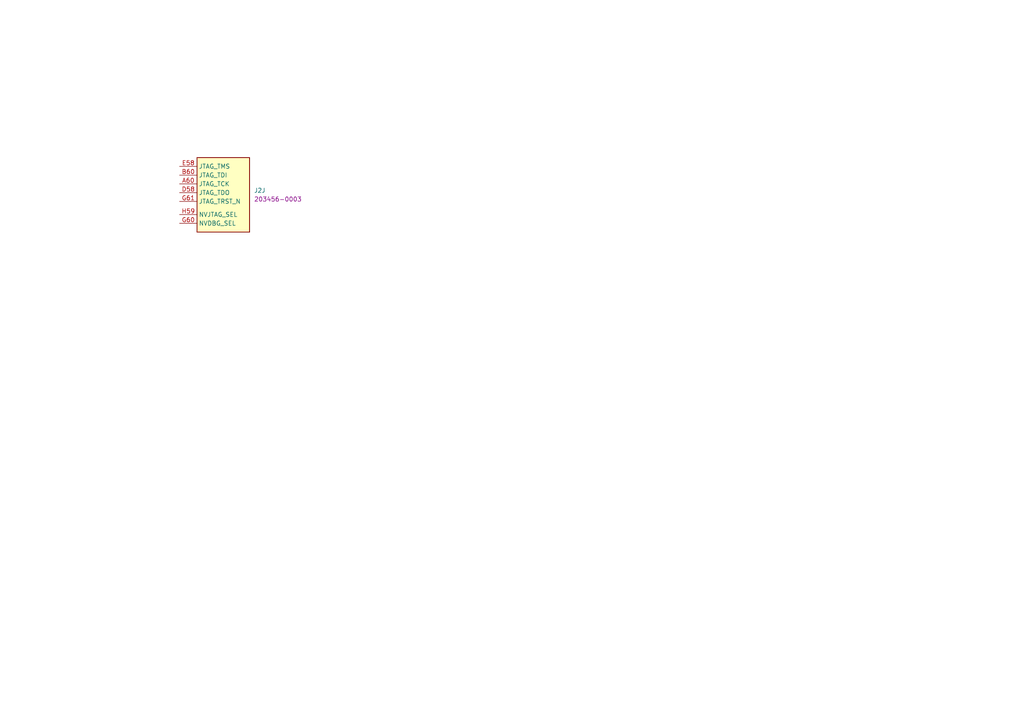
<source format=kicad_sch>
(kicad_sch (version 20250114) (generator "eeschema") (generator_version "9.0")
  (paper "A4")
  (title_block (title "Jetson Orin AGX Baseboard") (date "2025-08-11") (rev "1.0.0") (company "Antmicro Ltd") (comment 1 "www.antmicro.com"))
  (symbol (lib_id "antmicroB2BConnectors:Hermaphroditic_Molex_203456-0003_CUSTOM_Jetson_Orin_AGX_H8mm") (at 52.07 48.26 0) (unit 10)
    (property "Reference" "J2" (at 73.66 55.2449 0) (effects (justify left)))
    (property "Value" "Hermaphroditic_Molex_203456-0003_CUSTOM_Jetson_Orin_AGX_H8mm" (effects (hide yes)))
    (property "Footprint" "antmicro-footprints:Conn_Hermaphroditic_Molex_203456-0003_mirrored" (effects (hide yes)))
    (property "Datasheet" "https://www.molex.com/content/dam/molex/molex-dot-com/products/automated/en-us/salesdrawingpdf/203/203456/2034560003_sd.pdf?inline" (effects (hide yes)))
    (property "Description" "Mirror Mezz Hermaphroditic Connector, 5.50mm Connector Height, BGA-Attach Mounting, 7 Pair, 11 Row, 699 Circuits, 0.76µm Gold Plating, without Pegs" (effects (hide yes)))
    (property "MPN" "203456-0003" (at 73.66 57.7849 0) (effects (justify left)))
    (property "Manufacturer" "Molex" (effects (hide yes)))
    (property "Author" "Antmicro" (effects (hide yes)))
    (property "License" "Apache-2.0" (effects (hide yes)))
  )
)
</source>
